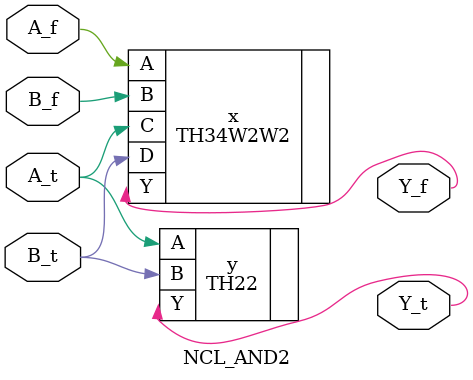
<source format=v>
module NCL_INV(
    input A_t,
    input A_f,
    output wire Y_t,
    output wire Y_f
);

assign Y_t = A_f;
assign Y_f = A_t;

endmodule


module NCL_AND2(
    input A_t,
    input A_f,
    input B_t,
    input B_f,
    output wire Y_t,
    output wire Y_f
);

TH34W2W2 x(
    .A(A_f),
    .B(B_f),
    .C(A_t),
    .D(B_t),
    .Y(Y_f)
);

TH22 y(
    .A(A_t),
    .B(B_t),
    .Y(Y_t)
);

endmodule

</source>
